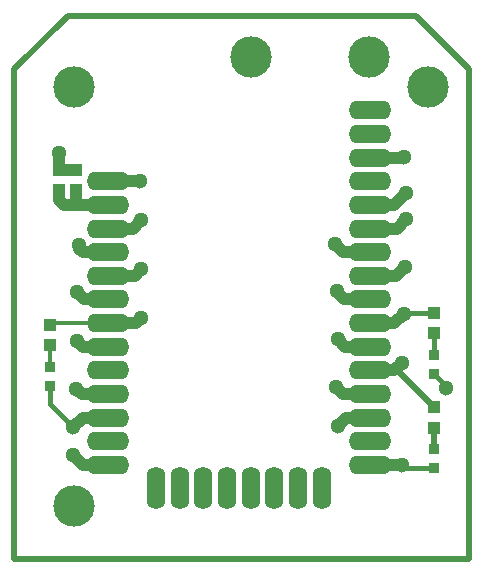
<source format=gtl>
G04 Layer_Physical_Order=1*
G04 Layer_Color=255*
%FSLAX44Y44*%
%MOMM*%
G71*
G01*
G75*
%ADD10R,1.1176X1.0160*%
%ADD11R,0.8128X0.8128*%
%ADD12R,1.0000X1.0000*%
%ADD13O,3.6000X1.6000*%
%ADD14O,1.6000X3.6000*%
%ADD15C,1.0000*%
%ADD16C,0.5000*%
%ADD17C,0.4000*%
%ADD18C,0.3000*%
%ADD19C,3.5000*%
%ADD20C,1.3000*%
%ADD21C,1.0000*%
D10*
X280000Y448636D02*
D03*
Y431500D02*
D03*
X605000Y458636D02*
D03*
Y441500D02*
D03*
Y378636D02*
D03*
Y361500D02*
D03*
D11*
X280000Y413128D02*
D03*
Y397000D02*
D03*
X605000Y423128D02*
D03*
Y407000D02*
D03*
Y343128D02*
D03*
Y327000D02*
D03*
D12*
X287750Y563000D02*
D03*
Y580000D02*
D03*
X302000D02*
D03*
Y563000D02*
D03*
D13*
X329000Y570000D02*
D03*
Y550000D02*
D03*
Y530000D02*
D03*
Y510000D02*
D03*
Y490000D02*
D03*
Y470000D02*
D03*
Y450000D02*
D03*
Y430000D02*
D03*
Y410000D02*
D03*
Y390000D02*
D03*
Y370000D02*
D03*
Y350000D02*
D03*
Y330000D02*
D03*
X551000Y330000D02*
D03*
Y350000D02*
D03*
Y370000D02*
D03*
X551000Y390000D02*
D03*
Y410000D02*
D03*
Y430000D02*
D03*
Y450000D02*
D03*
Y470000D02*
D03*
Y490000D02*
D03*
Y510000D02*
D03*
Y530000D02*
D03*
Y550000D02*
D03*
Y570000D02*
D03*
Y590000D02*
D03*
Y610000D02*
D03*
Y630000D02*
D03*
D14*
X370000Y310000D02*
D03*
X390000D02*
D03*
X410000D02*
D03*
X430000Y310000D02*
D03*
X450000D02*
D03*
X470000D02*
D03*
X490000D02*
D03*
X510000D02*
D03*
D15*
X292250Y550000D02*
X329000D01*
X302000Y551500D02*
Y563000D01*
X287750Y554500D02*
Y563000D01*
Y580000D02*
X302000D01*
X307750Y370000D02*
X329000D01*
X299750Y362000D02*
X307750Y370000D01*
X308000Y330000D02*
X329000D01*
X299500Y338500D02*
X308000Y330000D01*
X306750Y390000D02*
X329000D01*
X302500Y394250D02*
X306750Y390000D01*
X307750Y430000D02*
X329000D01*
X303250Y434500D02*
X307750Y430000D01*
X329000Y450000D02*
X353250D01*
X357250Y454000D01*
X309250Y470000D02*
X329000D01*
X303250Y476000D02*
X309250Y470000D01*
X329000Y490000D02*
X352000D01*
X357500Y495500D01*
X307750Y510000D02*
X329000D01*
Y530000D02*
X350250D01*
X357500Y537250D01*
X551000Y590000D02*
X579250D01*
X579750Y590500D01*
X329000Y570000D02*
X356500D01*
X287750Y580000D02*
Y594000D01*
X288000Y594250D01*
X287750Y554500D02*
X292250Y550000D01*
X551000Y330000D02*
X578000D01*
X530750Y370000D02*
X551000D01*
X523750Y363000D02*
X530750Y370000D01*
X527750Y390000D02*
X551000D01*
X522000Y395750D02*
X527750Y390000D01*
X551000Y410000D02*
X571750D01*
X578250Y416500D01*
X530000Y430000D02*
X551000D01*
X523750Y436250D02*
X530000Y430000D01*
X551000Y450000D02*
X571750D01*
X579750Y458000D01*
X529250Y470000D02*
X551000D01*
X522750Y476500D02*
X529250Y470000D01*
X522750Y476500D02*
Y477000D01*
X551000Y490000D02*
X573250D01*
X580500Y497250D01*
X580250Y497500D02*
X580500Y497250D01*
X580250Y497500D02*
Y497750D01*
X528250Y510000D02*
X551000D01*
X521250Y517000D02*
X528250Y510000D01*
X551000Y530000D02*
X573500D01*
X581750Y538250D01*
X551000Y550000D02*
X571000D01*
X581250Y560250D01*
X305000Y512750D02*
X307750Y510000D01*
X305000Y512750D02*
Y516500D01*
D16*
X573636Y410000D02*
X605000Y378636D01*
X571750Y410000D02*
X573636D01*
X605000Y343128D02*
Y361500D01*
X250000Y250000D02*
Y665000D01*
X295000Y710000D01*
X590000D01*
X635000Y665000D01*
Y250000D02*
Y665000D01*
X250000Y250000D02*
X635000D01*
D17*
X581000Y327000D02*
X605000D01*
X578000Y330000D02*
X581000Y327000D01*
X580386Y458636D02*
X605000D01*
X579750Y458000D02*
X580386Y458636D01*
X605000Y423128D02*
Y441500D01*
Y407000D02*
X615000Y397000D01*
Y395000D02*
Y397000D01*
X280000Y381750D02*
Y397000D01*
Y381750D02*
X299750Y362000D01*
D18*
X281364Y450000D02*
X329000D01*
X280000Y448636D02*
X281364Y450000D01*
X280000Y413128D02*
Y431500D01*
D19*
X450000Y675000D02*
D03*
X550000D02*
D03*
X300000Y650000D02*
D03*
X600000D02*
D03*
X300000Y295000D02*
D03*
D20*
X299750Y362000D02*
D03*
X299500Y338500D02*
D03*
X302500Y394250D02*
D03*
X303250Y434500D02*
D03*
X357250Y454000D02*
D03*
X303250Y476000D02*
D03*
X357500Y495500D02*
D03*
Y537250D02*
D03*
X579750Y590500D02*
D03*
X356500Y570000D02*
D03*
X288000Y594250D02*
D03*
X523750Y363000D02*
D03*
X522000Y395750D02*
D03*
X578250Y416500D02*
D03*
X523750Y436250D02*
D03*
X579750Y458000D02*
D03*
X522750Y477000D02*
D03*
X580250Y497750D02*
D03*
X521250Y517000D02*
D03*
X581750Y538250D02*
D03*
X581250Y560250D02*
D03*
X305000Y516500D02*
D03*
X615000Y395000D02*
D03*
X578000Y330000D02*
D03*
D21*
X304000Y550250D02*
D03*
X292500Y550000D02*
D03*
M02*

</source>
